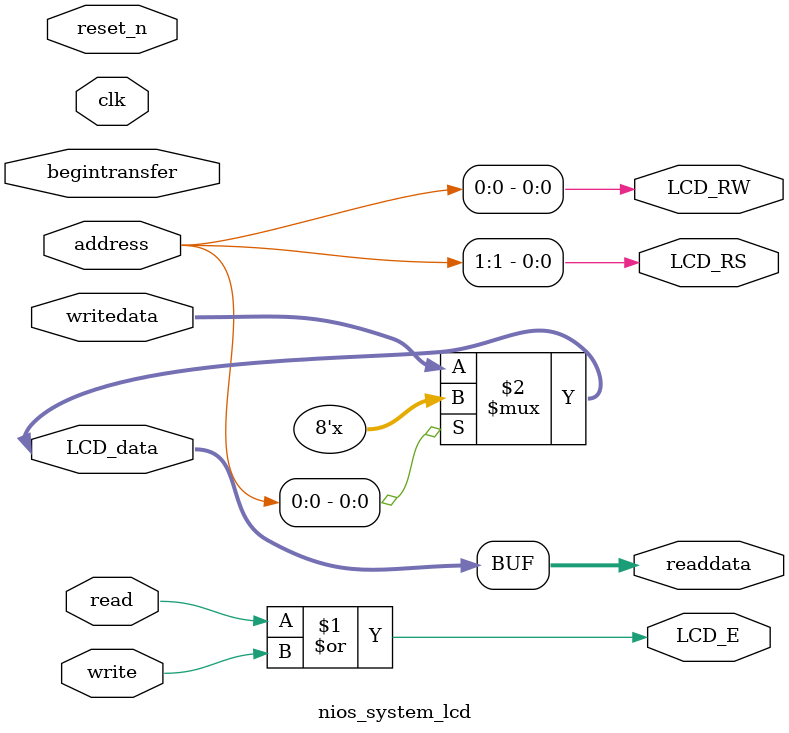
<source format=v>

`timescale 1ns / 1ps
// synthesis translate_on

// turn off superfluous verilog processor warnings 
// altera message_level Level1 
// altera message_off 10034 10035 10036 10037 10230 10240 10030 

module nios_system_lcd (
                         // inputs:
                          address,
                          begintransfer,
                          clk,
                          read,
                          reset_n,
                          write,
                          writedata,

                         // outputs:
                          LCD_E,
                          LCD_RS,
                          LCD_RW,
                          LCD_data,
                          readdata
                       )
;

  output           LCD_E;
  output           LCD_RS;
  output           LCD_RW;
  inout   [  7: 0] LCD_data;
  output  [  7: 0] readdata;
  input   [  1: 0] address;
  input            begintransfer;
  input            clk;
  input            read;
  input            reset_n;
  input            write;
  input   [  7: 0] writedata;

  wire             LCD_E;
  wire             LCD_RS;
  wire             LCD_RW;
  wire    [  7: 0] LCD_data;
  wire    [  7: 0] readdata;
  assign LCD_RW = address[0];
  assign LCD_RS = address[1];
  assign LCD_E = read | write;
  assign LCD_data = (address[0]) ? {8{1'bz}} : writedata;
  assign readdata = LCD_data;
  //control_slave, which is an e_avalon_slave

endmodule


</source>
